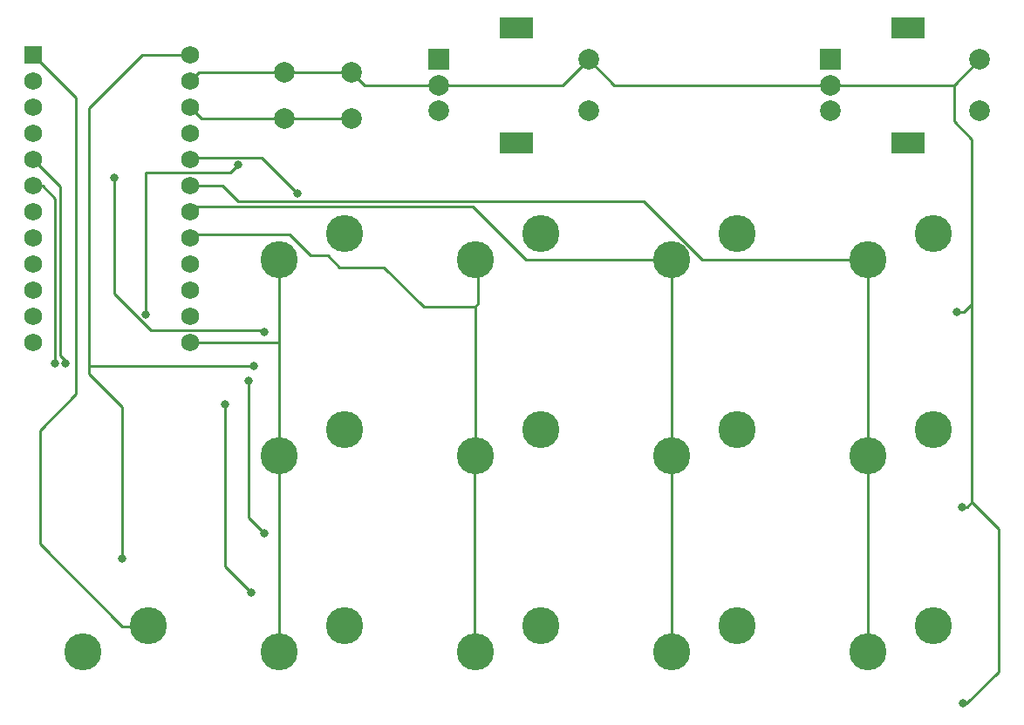
<source format=gbr>
%TF.GenerationSoftware,KiCad,Pcbnew,7.0.9*%
%TF.CreationDate,2024-04-10T10:39:18-07:00*%
%TF.ProjectId,macrov2.2.001,6d616372-6f76-4322-9e32-2e3030312e6b,2.2.001*%
%TF.SameCoordinates,Original*%
%TF.FileFunction,Copper,L1,Top*%
%TF.FilePolarity,Positive*%
%FSLAX46Y46*%
G04 Gerber Fmt 4.6, Leading zero omitted, Abs format (unit mm)*
G04 Created by KiCad (PCBNEW 7.0.9) date 2024-04-10 10:39:18*
%MOMM*%
%LPD*%
G01*
G04 APERTURE LIST*
%TA.AperFunction,ComponentPad*%
%ADD10C,2.000000*%
%TD*%
%TA.AperFunction,ComponentPad*%
%ADD11C,3.600000*%
%TD*%
%TA.AperFunction,ComponentPad*%
%ADD12R,2.000000X2.000000*%
%TD*%
%TA.AperFunction,ComponentPad*%
%ADD13R,3.200000X2.000000*%
%TD*%
%TA.AperFunction,ComponentPad*%
%ADD14R,1.752600X1.752600*%
%TD*%
%TA.AperFunction,ComponentPad*%
%ADD15C,1.752600*%
%TD*%
%TA.AperFunction,ViaPad*%
%ADD16C,0.800000*%
%TD*%
%TA.AperFunction,Conductor*%
%ADD17C,0.250000*%
%TD*%
G04 APERTURE END LIST*
D10*
%TO.P,SW1,1,1*%
%TO.N,GND*%
X79750000Y-32750000D03*
X86250000Y-32750000D03*
%TO.P,SW1,2,2*%
%TO.N,RST*%
X79750000Y-37250000D03*
X86250000Y-37250000D03*
%TD*%
D11*
%TO.P,S7,1,1*%
%TO.N,Column 2*%
X117290000Y-70010000D03*
%TO.P,S7,2,2*%
%TO.N,Net-(D7-A)*%
X123640000Y-67470000D03*
%TD*%
%TO.P,S5,1,1*%
%TO.N,Column 0*%
X79190000Y-70010000D03*
%TO.P,S5,2,2*%
%TO.N,Net-(D5-A)*%
X85540000Y-67470000D03*
%TD*%
D12*
%TO.P,SW3,A,A*%
%TO.N,Encoder 2 Pin A*%
X132750000Y-31500000D03*
D10*
%TO.P,SW3,B,B*%
%TO.N,Encoder 2 Pin B*%
X132750000Y-36500000D03*
%TO.P,SW3,C,C*%
%TO.N,GND*%
X132750000Y-34000000D03*
D13*
%TO.P,SW3,MP*%
%TO.N,N/C*%
X140250000Y-28400000D03*
X140250000Y-39600000D03*
D10*
%TO.P,SW3,S1,S1*%
%TO.N,Encoder 2 Button*%
X147250000Y-36500000D03*
%TO.P,SW3,S2,S2*%
%TO.N,GND*%
X147250000Y-31500000D03*
%TD*%
D11*
%TO.P,S1,1,1*%
%TO.N,Column 0*%
X79190000Y-50960000D03*
%TO.P,S1,2,2*%
%TO.N,Net-(D1-A)*%
X85540000Y-48420000D03*
%TD*%
%TO.P,S10,1,1*%
%TO.N,Column 1*%
X98240000Y-89060000D03*
%TO.P,S10,2,2*%
%TO.N,Net-(D10-A)*%
X104590000Y-86520000D03*
%TD*%
%TO.P,S4,1,1*%
%TO.N,Column 3*%
X136340000Y-50960000D03*
%TO.P,S4,2,2*%
%TO.N,Net-(D4-A)*%
X142690000Y-48420000D03*
%TD*%
%TO.P,ModeButton1,1,1*%
%TO.N,GND*%
X60148000Y-89060000D03*
%TO.P,ModeButton1,2,2*%
%TO.N,ModePin*%
X66498000Y-86520000D03*
%TD*%
D12*
%TO.P,SW2,A,A*%
%TO.N,Encoder 1 Pin A*%
X94750000Y-31500000D03*
D10*
%TO.P,SW2,B,B*%
%TO.N,Encoder 1 Pin B*%
X94750000Y-36500000D03*
%TO.P,SW2,C,C*%
%TO.N,GND*%
X94750000Y-34000000D03*
D13*
%TO.P,SW2,MP*%
%TO.N,N/C*%
X102250000Y-28400000D03*
X102250000Y-39600000D03*
D10*
%TO.P,SW2,S1,S1*%
%TO.N,Encoder 1 Button*%
X109250000Y-36500000D03*
%TO.P,SW2,S2,S2*%
%TO.N,GND*%
X109250000Y-31500000D03*
%TD*%
D11*
%TO.P,S11,1,1*%
%TO.N,Column 2*%
X117290000Y-89060000D03*
%TO.P,S11,2,2*%
%TO.N,Net-(D11-A)*%
X123640000Y-86520000D03*
%TD*%
%TO.P,S6,1,1*%
%TO.N,Column 1*%
X98240000Y-70010000D03*
%TO.P,S6,2,2*%
%TO.N,Net-(D6-A)*%
X104590000Y-67470000D03*
%TD*%
%TO.P,S2,1,1*%
%TO.N,Column 1*%
X98240000Y-50960000D03*
%TO.P,S2,2,2*%
%TO.N,Net-(D2-A)*%
X104590000Y-48420000D03*
%TD*%
D14*
%TO.P,U2,1,TX0/PD3*%
%TO.N,ModePin*%
X55380000Y-31065000D03*
D15*
%TO.P,U2,2,RX1/PD2*%
%TO.N,LED Pin*%
X55380000Y-33605000D03*
%TO.P,U2,3,GND*%
%TO.N,GND*%
X55380000Y-36145000D03*
%TO.P,U2,4,GND*%
X55380000Y-38685000D03*
%TO.P,U2,5,2/PD1*%
%TO.N,Row 1*%
X55380000Y-41225000D03*
%TO.P,U2,6,3/PD0*%
%TO.N,Row 2*%
X55380000Y-43765000D03*
%TO.P,U2,7,4/PD4*%
%TO.N,Encoder 1 Pin A*%
X55380000Y-46305000D03*
%TO.P,U2,8,5/PC6*%
%TO.N,Encoder 1 Pin B*%
X55380000Y-48845000D03*
%TO.P,U2,9,6/PD7*%
%TO.N,Encoder 2 Pin A*%
X55380000Y-51385000D03*
%TO.P,U2,10,7/PE6*%
%TO.N,Encoder 2 Pin B*%
X55380000Y-53925000D03*
%TO.P,U2,11,8/PB4*%
%TO.N,Encoder 1 Button*%
X55380000Y-56465000D03*
%TO.P,U2,12,9/PB5*%
%TO.N,Encoder 2 Button*%
X55380000Y-59005000D03*
%TO.P,U2,13,10/PB6*%
%TO.N,Column 0*%
X70620000Y-59005000D03*
%TO.P,U2,14,16/PB2*%
%TO.N,unconnected-(U2-16{slash}PB2-Pad14)*%
X70620000Y-56465000D03*
%TO.P,U2,15,14/PB3*%
%TO.N,unconnected-(U2-14{slash}PB3-Pad15)*%
X70620000Y-53925000D03*
%TO.P,U2,16,15/PB1*%
%TO.N,unconnected-(U2-15{slash}PB1-Pad16)*%
X70620000Y-51385000D03*
%TO.P,U2,17,A0/PF7*%
%TO.N,Column 1*%
X70620000Y-48845000D03*
%TO.P,U2,18,A1/PF6*%
%TO.N,Column 2*%
X70620000Y-46305000D03*
%TO.P,U2,19,A2/PF5*%
%TO.N,Column 3*%
X70620000Y-43765000D03*
%TO.P,U2,20,A3/PF4*%
%TO.N,Row 0*%
X70620000Y-41225000D03*
%TO.P,U2,21,VCC*%
%TO.N,unconnected-(U2-VCC-Pad21)*%
X70620000Y-38685000D03*
%TO.P,U2,22,RST*%
%TO.N,RST*%
X70620000Y-36145000D03*
%TO.P,U2,23,GND*%
%TO.N,GND*%
X70620000Y-33605000D03*
%TO.P,U2,24,RAW*%
%TO.N,VBUS*%
X70620000Y-31065000D03*
%TD*%
D11*
%TO.P,S9,1,1*%
%TO.N,Column 0*%
X79190000Y-89060000D03*
%TO.P,S9,2,2*%
%TO.N,Net-(D9-A)*%
X85540000Y-86520000D03*
%TD*%
%TO.P,S8,1,1*%
%TO.N,Column 3*%
X136340000Y-70010000D03*
%TO.P,S8,2,2*%
%TO.N,Net-(D8-A)*%
X142690000Y-67470000D03*
%TD*%
%TO.P,S12,1,1*%
%TO.N,Column 3*%
X136340000Y-89060000D03*
%TO.P,S12,2,2*%
%TO.N,Net-(D12-A)*%
X142690000Y-86520000D03*
%TD*%
%TO.P,S3,1,1*%
%TO.N,Column 2*%
X117290000Y-50960000D03*
%TO.P,S3,2,2*%
%TO.N,Net-(D3-A)*%
X123640000Y-48420000D03*
%TD*%
D16*
%TO.N,Row 0*%
X81000000Y-44500000D03*
%TO.N,Row 1*%
X58512299Y-60987701D03*
%TO.N,Row 2*%
X74000000Y-65034500D03*
X76560000Y-83310000D03*
X57500000Y-61000000D03*
%TO.N,GND*%
X145575000Y-94075000D03*
X145500000Y-75000000D03*
X144975000Y-56025000D03*
%TO.N,VBUS*%
X64000000Y-80000000D03*
X76750000Y-61250000D03*
%TO.N,Net-(LED4-DOUT)*%
X77750000Y-77500000D03*
X76250000Y-62750000D03*
%TO.N,Encoder 1 Button*%
X75250000Y-41750000D03*
X66250000Y-56250000D03*
%TO.N,Net-(LED1-DIN)*%
X77750000Y-58000000D03*
X63250000Y-43000000D03*
%TD*%
D17*
%TO.N,Row 0*%
X70820000Y-41025000D02*
X70620000Y-41225000D01*
X77525000Y-41025000D02*
X70820000Y-41025000D01*
X81000000Y-44500000D02*
X77525000Y-41025000D01*
%TO.N,Row 1*%
X58512299Y-60762299D02*
X58512299Y-60987701D01*
X55380000Y-41225000D02*
X58000000Y-43845000D01*
X58000000Y-60250000D02*
X58512299Y-60762299D01*
X58000000Y-43845000D02*
X58000000Y-60250000D01*
%TO.N,Row 2*%
X74000000Y-80750000D02*
X74000000Y-65034500D01*
X76560000Y-83310000D02*
X74000000Y-80750000D01*
X57500000Y-45000000D02*
X56265000Y-43765000D01*
X56265000Y-43765000D02*
X55380000Y-43765000D01*
X57500000Y-61000000D02*
X57500000Y-45000000D01*
%TO.N,GND*%
X144975000Y-56025000D02*
X145725000Y-56025000D01*
X94750000Y-34000000D02*
X87500000Y-34000000D01*
X146480000Y-55270000D02*
X146480000Y-39230000D01*
X71475000Y-32750000D02*
X70620000Y-33605000D01*
X87500000Y-34000000D02*
X86250000Y-32750000D01*
X144750000Y-37500000D02*
X144750000Y-34000000D01*
X132750000Y-34000000D02*
X111750000Y-34000000D01*
X109250000Y-31500000D02*
X106750000Y-34000000D01*
X145725000Y-56025000D02*
X146480000Y-55270000D01*
X145925000Y-94075000D02*
X149050000Y-90950000D01*
X106750000Y-34000000D02*
X94750000Y-34000000D01*
X146480000Y-56000000D02*
X146480000Y-55270000D01*
X146000000Y-75000000D02*
X145500000Y-75000000D01*
X111750000Y-34000000D02*
X109250000Y-31500000D01*
X149050000Y-77090000D02*
X146480000Y-74520000D01*
X146480000Y-55270000D02*
X146480000Y-74520000D01*
X144750000Y-34000000D02*
X132750000Y-34000000D01*
X149050000Y-90950000D02*
X149050000Y-77090000D01*
X146480000Y-39230000D02*
X144750000Y-37500000D01*
X79750000Y-32750000D02*
X71475000Y-32750000D01*
X146480000Y-74520000D02*
X146000000Y-75000000D01*
X86250000Y-32750000D02*
X79750000Y-32750000D01*
X147250000Y-31500000D02*
X144750000Y-34000000D01*
X145575000Y-94075000D02*
X145925000Y-94075000D01*
%TO.N,VBUS*%
X60750000Y-61250000D02*
X76750000Y-61250000D01*
X65935000Y-31065000D02*
X60750000Y-36250000D01*
X60750000Y-61250000D02*
X60750000Y-62000000D01*
X60750000Y-62000000D02*
X64000000Y-65250000D01*
X60750000Y-36250000D02*
X60750000Y-61250000D01*
X64000000Y-65250000D02*
X64000000Y-80000000D01*
X70620000Y-31065000D02*
X65935000Y-31065000D01*
%TO.N,Net-(LED4-DOUT)*%
X76250000Y-62750000D02*
X76250000Y-76000000D01*
X76250000Y-76000000D02*
X77750000Y-77500000D01*
%TO.N,ModePin*%
X64029416Y-86560000D02*
X66458000Y-86560000D01*
X56000000Y-78530584D02*
X56000000Y-67500000D01*
X56000000Y-67500000D02*
X59500000Y-64000000D01*
X59500000Y-35185000D02*
X55380000Y-31065000D01*
X59500000Y-64000000D02*
X59500000Y-35185000D01*
X64029416Y-86560000D02*
X56000000Y-78530584D01*
X66458000Y-86560000D02*
X66498000Y-86520000D01*
%TO.N,Column 0*%
X79190000Y-50960000D02*
X79190000Y-59000000D01*
X79185000Y-59005000D02*
X79190000Y-59000000D01*
X79190000Y-70010000D02*
X79190000Y-89060000D01*
X79190000Y-59000000D02*
X79190000Y-70010000D01*
X70620000Y-59005000D02*
X79185000Y-59005000D01*
%TO.N,Column 1*%
X80275000Y-48525000D02*
X82300000Y-50550000D01*
X89425000Y-51675000D02*
X93250000Y-55500000D01*
X85100000Y-51675000D02*
X89425000Y-51675000D01*
X98240000Y-70010000D02*
X98240000Y-55500000D01*
X98240000Y-55500000D02*
X98525000Y-55215000D01*
X98525000Y-51245000D02*
X98240000Y-50960000D01*
X70620000Y-48845000D02*
X70940000Y-48525000D01*
X98220000Y-89040000D02*
X98220000Y-70030000D01*
X98240000Y-89060000D02*
X98220000Y-89040000D01*
X98220000Y-70030000D02*
X98240000Y-70010000D01*
X82300000Y-50550000D02*
X83975000Y-50550000D01*
X70940000Y-48525000D02*
X80275000Y-48525000D01*
X83975000Y-50550000D02*
X85100000Y-51675000D01*
X93250000Y-55500000D02*
X98240000Y-55500000D01*
X98525000Y-55215000D02*
X98525000Y-51245000D01*
%TO.N,Column 2*%
X103210000Y-50960000D02*
X98000000Y-45750000D01*
X71175000Y-45750000D02*
X70620000Y-46305000D01*
X117290000Y-70010000D02*
X117290000Y-89060000D01*
X117290000Y-50960000D02*
X103210000Y-50960000D01*
X117290000Y-50960000D02*
X117290000Y-70010000D01*
X98000000Y-45750000D02*
X71175000Y-45750000D01*
%TO.N,Column 3*%
X75250000Y-45250000D02*
X73765000Y-43765000D01*
X136340000Y-70010000D02*
X136340000Y-89060000D01*
X136340000Y-50960000D02*
X136340000Y-70010000D01*
X73765000Y-43765000D02*
X70620000Y-43765000D01*
X114585204Y-45250000D02*
X75250000Y-45250000D01*
X136340000Y-50960000D02*
X120295204Y-50960000D01*
X120295204Y-50960000D02*
X114585204Y-45250000D01*
%TO.N,Encoder 1 Button*%
X74500000Y-42500000D02*
X75250000Y-41750000D01*
X66313700Y-56186300D02*
X66313700Y-42500000D01*
X66250000Y-56250000D02*
X66313700Y-56186300D01*
X66313700Y-42500000D02*
X74500000Y-42500000D01*
%TO.N,Net-(LED1-DIN)*%
X63250000Y-54275305D02*
X66778395Y-57803700D01*
X66778395Y-57803700D02*
X77553700Y-57803700D01*
X77553700Y-57803700D02*
X77750000Y-58000000D01*
X63250000Y-43000000D02*
X63250000Y-54275305D01*
%TO.N,RST*%
X71725000Y-37250000D02*
X70620000Y-36145000D01*
X79750000Y-37250000D02*
X71725000Y-37250000D01*
X86250000Y-37250000D02*
X79750000Y-37250000D01*
%TD*%
M02*

</source>
